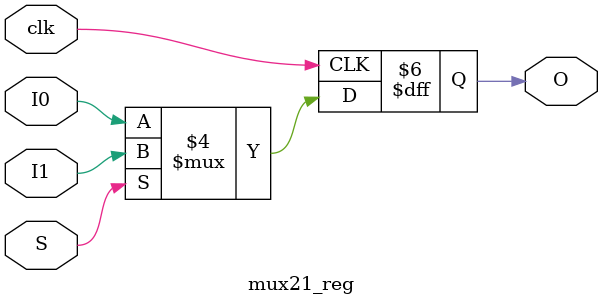
<source format=v>
module mux21_reg(
    input I0,
    input I1,
    input S,
    input clk,
    output reg O
);

always @(posedge clk) begin
    if (S == 0) begin
        O <= I0;
    end else begin
        O <= I1;
    end
end

endmodule
</source>
